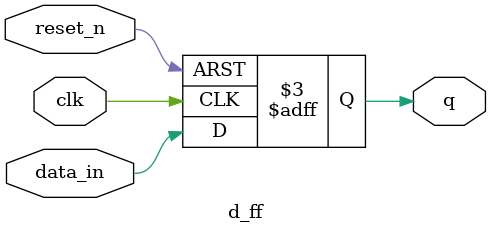
<source format=v>
module d_ff(input data_in, input clk, input reset_n, output reg q);

    always @(posedge clk or negedge reset_n) begin
        if(!reset_n)
            q <= 0;
        else 
            q <= data_in;
    end

endmodule 
</source>
